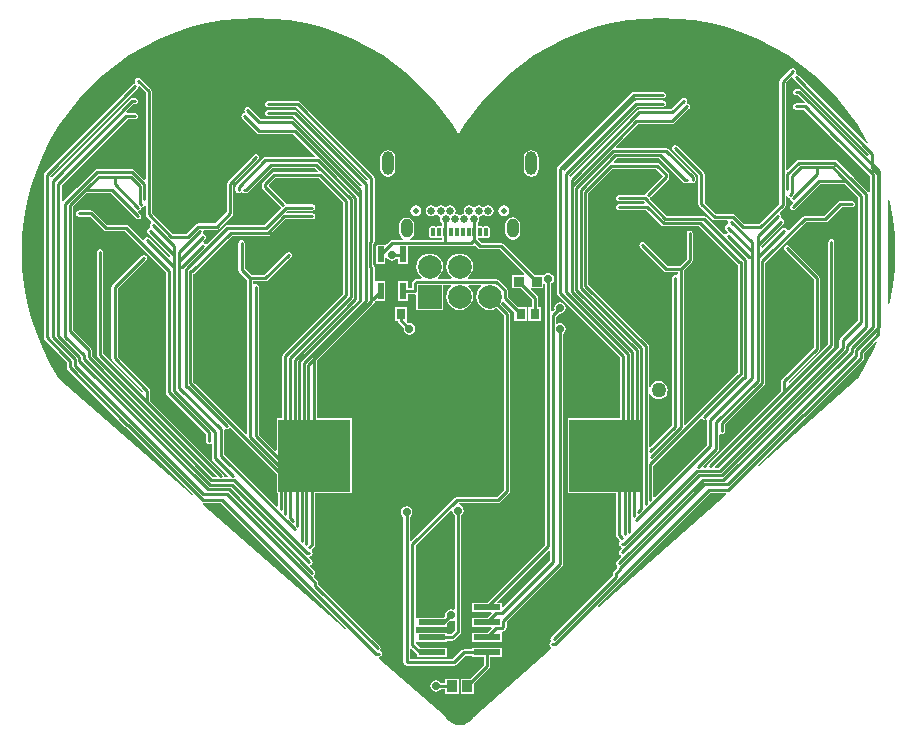
<source format=gbl>
G04 Layer_Physical_Order=2*
G04 Layer_Color=11436288*
%FSLAX24Y24*%
%MOIN*%
G70*
G01*
G75*
%ADD13C,0.0100*%
%ADD14C,0.0256*%
%ADD15C,0.0197*%
%ADD16O,0.0394X0.0630*%
%ADD17O,0.0394X0.0787*%
%ADD18C,0.0787*%
%ADD19R,0.0787X0.0787*%
%ADD20C,0.0500*%
%ADD21C,0.0276*%
G04:AMPARAMS|DCode=22|XSize=13.8mil|YSize=27.6mil|CornerRadius=0mil|HoleSize=0mil|Usage=FLASHONLY|Rotation=0.000|XOffset=0mil|YOffset=0mil|HoleType=Round|Shape=Octagon|*
%AMOCTAGOND22*
4,1,8,-0.0034,0.0138,0.0034,0.0138,0.0069,0.0103,0.0069,-0.0103,0.0034,-0.0138,-0.0034,-0.0138,-0.0069,-0.0103,-0.0069,0.0103,-0.0034,0.0138,0.0*
%
%ADD22OCTAGOND22*%

%ADD23R,0.0320X0.0320*%
%ADD24R,0.0315X0.0354*%
%ADD25R,0.0295X0.0335*%
%ADD26R,0.0217X0.0550*%
%ADD27R,0.0886X0.0197*%
%ADD28R,0.2400X0.2400*%
%ADD29R,0.0354X0.0394*%
G36*
X21950Y27449D02*
Y26800D01*
X21991D01*
Y26370D01*
X21944Y26351D01*
X20193Y28102D01*
Y28925D01*
X20237Y28952D01*
X20242Y28952D01*
X20248Y28949D01*
X20287Y28941D01*
X20327Y28949D01*
X20360Y28971D01*
X20423Y28976D01*
X21950Y27449D01*
D02*
G37*
G36*
X24160Y36490D02*
Y35442D01*
Y33442D01*
X22172Y31455D01*
X22150Y31421D01*
X22142Y31382D01*
Y29302D01*
X21950D01*
Y28234D01*
X21904Y28215D01*
X21375Y28744D01*
Y33670D01*
X21367Y33709D01*
X21344Y33743D01*
X21311Y33765D01*
X21271Y33773D01*
X21232Y33765D01*
X21228Y33762D01*
X21178Y33789D01*
Y33862D01*
X21567D01*
X21606Y33870D01*
X21640Y33892D01*
X22427Y34680D01*
X22449Y34713D01*
X22457Y34753D01*
X22449Y34792D01*
X22427Y34826D01*
X22394Y34848D01*
X22354Y34856D01*
X22315Y34848D01*
X22281Y34826D01*
X21524Y34068D01*
X21117D01*
X20882Y34303D01*
Y35146D01*
X20875Y35186D01*
X20852Y35219D01*
X20819Y35242D01*
X20779Y35249D01*
X20740Y35242D01*
X20706Y35219D01*
X20684Y35186D01*
X20676Y35146D01*
Y34260D01*
X20684Y34221D01*
X20706Y34187D01*
X20971Y33922D01*
Y28785D01*
X20925Y28766D01*
X19237Y30454D01*
X19237Y30454D01*
X19177Y30514D01*
Y34100D01*
X19209Y34121D01*
X20471Y35384D01*
X21646D01*
X21686Y35392D01*
X21719Y35414D01*
X22234Y35929D01*
X23141D01*
X23181Y35937D01*
X23214Y35959D01*
X23237Y35993D01*
X23245Y36032D01*
X23237Y36072D01*
X23214Y36105D01*
X23181Y36127D01*
X23141Y36135D01*
X22292D01*
X22273Y36181D01*
X22315Y36224D01*
X23141D01*
X23181Y36232D01*
X23214Y36254D01*
X23237Y36288D01*
X23245Y36327D01*
X23237Y36367D01*
X23214Y36400D01*
X23181Y36423D01*
X23141Y36431D01*
X22273D01*
X22257Y36441D01*
X22253Y36465D01*
X22230Y36499D01*
X21696Y37033D01*
Y37098D01*
X21896Y37298D01*
X23352D01*
X24160Y36490D01*
D02*
G37*
G36*
X17261Y35959D02*
X17295Y35937D01*
X17334Y35929D01*
X17374Y35937D01*
X17407Y35959D01*
X17430Y35993D01*
X17438Y36032D01*
X17430Y36072D01*
X17407Y36105D01*
X17335Y36177D01*
X17355Y36228D01*
X17374Y36232D01*
X17407Y36254D01*
X17430Y36288D01*
X17437Y36323D01*
X17472Y36330D01*
X17506Y36353D01*
X17528Y36386D01*
X17529Y36392D01*
X17579Y36387D01*
Y36095D01*
X17587Y36055D01*
X17609Y36022D01*
X17758Y35873D01*
X17754Y35810D01*
X17731Y35776D01*
X17723Y35737D01*
X17731Y35697D01*
X17735Y35692D01*
X17734Y35682D01*
X17710Y35639D01*
X17689Y35635D01*
X17655Y35613D01*
X17633Y35579D01*
X17625Y35540D01*
X17633Y35500D01*
X17655Y35467D01*
X18403Y34719D01*
X18399Y34692D01*
X18347Y34674D01*
X17703Y35318D01*
X17669Y35340D01*
X17630Y35348D01*
X17630D01*
X17590Y35340D01*
X17557Y35318D01*
X17534Y35284D01*
X17531Y35265D01*
X17479Y35246D01*
X17014Y35711D01*
X16980Y35734D01*
X16941Y35742D01*
X16294D01*
X15833Y36203D01*
X15799Y36226D01*
X15760Y36234D01*
X15366D01*
X15326Y36226D01*
X15293Y36203D01*
X15271Y36170D01*
X15263Y36131D01*
X15271Y36091D01*
X15293Y36058D01*
X15326Y36035D01*
X15366Y36027D01*
X15717D01*
X16179Y35565D01*
X16212Y35543D01*
X16252Y35535D01*
X16898D01*
X18049Y34384D01*
X18049Y34384D01*
X18261Y34172D01*
Y30162D01*
X18269Y30123D01*
X18291Y30089D01*
X19593Y28787D01*
Y28552D01*
X19601Y28512D01*
X19624Y28479D01*
X19657Y28456D01*
X19697Y28449D01*
X19736Y28456D01*
X19740Y28459D01*
X19790Y28433D01*
Y27961D01*
X19798Y27922D01*
X19821Y27888D01*
X20326Y27383D01*
X20307Y27337D01*
X20235D01*
X20193Y27385D01*
X20186Y27424D01*
X20163Y27458D01*
X17733Y29888D01*
Y30225D01*
X17725Y30264D01*
X17703Y30298D01*
X16650Y31350D01*
Y33627D01*
X17604Y34581D01*
X17627Y34615D01*
X17634Y34654D01*
X17627Y34694D01*
X17604Y34727D01*
X17571Y34749D01*
X17531Y34757D01*
X17492Y34749D01*
X17458Y34727D01*
X16474Y33743D01*
X16452Y33709D01*
X16444Y33670D01*
Y31308D01*
X16452Y31268D01*
X16474Y31235D01*
X17504Y30205D01*
X17501Y30190D01*
X17447Y30174D01*
X16158Y31463D01*
Y34851D01*
X16150Y34890D01*
X16128Y34924D01*
X16094Y34946D01*
X16055Y34954D01*
X16015Y34946D01*
X15982Y34924D01*
X15960Y34890D01*
X15952Y34851D01*
Y31420D01*
X15960Y31381D01*
X15982Y31347D01*
X19946Y27383D01*
X19927Y27337D01*
X19819D01*
X15785Y31371D01*
Y31582D01*
X15777Y31622D01*
X15755Y31655D01*
X15174Y32236D01*
Y36366D01*
X15605Y36798D01*
X16423D01*
X17261Y35959D01*
D02*
G37*
G36*
X42388Y36501D02*
X42487Y35953D01*
X42547Y35399D01*
X42567Y34843D01*
X42547Y34286D01*
X42487Y33732D01*
X42388Y33184D01*
X42366Y33094D01*
X42316Y33101D01*
Y36584D01*
X42366Y36591D01*
X42388Y36501D01*
D02*
G37*
G36*
X36933Y26751D02*
X32681Y23012D01*
X32647Y23049D01*
X36395Y26797D01*
X36915D01*
X36933Y26751D01*
D02*
G37*
G36*
X24275Y22308D02*
X24241Y22272D01*
X19477Y26436D01*
X19496Y26479D01*
X19499Y26482D01*
X20101D01*
X24275Y22308D01*
D02*
G37*
G36*
X41964Y31847D02*
X41862Y31601D01*
X41612Y31103D01*
X41328Y30624D01*
X41311Y30600D01*
X38027Y27712D01*
X37993Y27749D01*
X39235Y28991D01*
X39552Y29308D01*
X39559Y29309D01*
X39593Y29332D01*
X41498Y31237D01*
X41521Y31271D01*
X41529Y31310D01*
Y31481D01*
X41794Y31747D01*
X41922Y31875D01*
X41964Y31847D01*
D02*
G37*
G36*
X36136Y29286D02*
X36169Y29264D01*
X36209Y29256D01*
X36248Y29264D01*
X36254Y29267D01*
X36259Y29267D01*
X36303Y29240D01*
Y28417D01*
X34552Y26666D01*
X34505Y26685D01*
Y27723D01*
X36073Y29291D01*
X36136Y29286D01*
D02*
G37*
G36*
X17579Y40169D02*
Y37278D01*
X17533Y37259D01*
X17210Y37581D01*
X17177Y37604D01*
X17138Y37612D01*
X15956D01*
X15917Y37604D01*
X15884Y37581D01*
X15293Y36991D01*
X15293Y36991D01*
X14830Y36528D01*
X14814Y36530D01*
X14780Y36545D01*
Y37072D01*
X16029Y38321D01*
X16983Y39275D01*
X17236D01*
X17275Y39283D01*
X17309Y39306D01*
X17331Y39339D01*
X17339Y39379D01*
X17331Y39418D01*
X17309Y39451D01*
X17275Y39474D01*
X17236Y39482D01*
X16965D01*
X16944Y39532D01*
X17180Y39768D01*
X17236D01*
X17275Y39775D01*
X17309Y39798D01*
X17331Y39831D01*
X17339Y39871D01*
X17331Y39910D01*
X17309Y39944D01*
X17275Y39966D01*
X17236Y39974D01*
X17138D01*
X17098Y39966D01*
X17065Y39944D01*
X14458Y37337D01*
X14405Y37355D01*
X14401Y37382D01*
X17309Y40290D01*
X17331Y40323D01*
X17335Y40342D01*
X17386Y40362D01*
X17579Y40169D01*
D02*
G37*
G36*
X34826Y37387D02*
Y37374D01*
X34266Y36814D01*
X34244Y36780D01*
X34236Y36743D01*
X34223Y36746D01*
X33355D01*
X33315Y36738D01*
X33282Y36715D01*
X33259Y36682D01*
X33251Y36642D01*
X33259Y36603D01*
X33282Y36569D01*
X33315Y36547D01*
X33355Y36539D01*
X34181D01*
X34223Y36496D01*
X34204Y36450D01*
X33355D01*
X33315Y36442D01*
X33282Y36420D01*
X33259Y36387D01*
X33251Y36347D01*
X33259Y36308D01*
X33282Y36274D01*
X33315Y36252D01*
X33355Y36244D01*
X34262D01*
X34777Y35729D01*
X34810Y35707D01*
X34850Y35699D01*
X36025D01*
X37288Y34436D01*
X37308Y34423D01*
X37319Y34415D01*
Y30829D01*
X37259Y30769D01*
X37259Y30769D01*
X35571Y29081D01*
X35525Y29100D01*
Y34237D01*
X35790Y34502D01*
X35812Y34536D01*
X35820Y34575D01*
Y35461D01*
X35812Y35501D01*
X35790Y35534D01*
X35756Y35557D01*
X35717Y35564D01*
X35677Y35557D01*
X35644Y35534D01*
X35621Y35501D01*
X35614Y35461D01*
Y34618D01*
X35379Y34383D01*
X34972D01*
X34215Y35140D01*
X34181Y35163D01*
X34142Y35171D01*
X34102Y35163D01*
X34069Y35140D01*
X34047Y35107D01*
X34039Y35068D01*
X34047Y35028D01*
X34069Y34995D01*
X34856Y34207D01*
X34890Y34185D01*
X34929Y34177D01*
X35318D01*
Y34104D01*
X35268Y34077D01*
X35264Y34080D01*
X35225Y34088D01*
X35185Y34080D01*
X35152Y34058D01*
X35129Y34024D01*
X35121Y33985D01*
Y29059D01*
X34400Y28338D01*
X34354Y28357D01*
Y30117D01*
X34404Y30127D01*
X34422Y30084D01*
X34470Y30021D01*
X34533Y29973D01*
X34606Y29943D01*
X34685Y29932D01*
X34764Y29943D01*
X34837Y29973D01*
X34900Y30021D01*
X34948Y30084D01*
X34978Y30158D01*
X34989Y30236D01*
X34978Y30315D01*
X34948Y30388D01*
X34900Y30451D01*
X34837Y30499D01*
X34764Y30530D01*
X34685Y30540D01*
X34606Y30530D01*
X34533Y30499D01*
X34470Y30451D01*
X34422Y30388D01*
X34404Y30345D01*
X34354Y30355D01*
Y31697D01*
X34346Y31736D01*
X34324Y31770D01*
X32336Y33757D01*
Y35757D01*
Y36805D01*
X33144Y37613D01*
X34600D01*
X34826Y37387D01*
D02*
G37*
G36*
X35320Y42626D02*
X35874Y42566D01*
X36422Y42467D01*
X36962Y42330D01*
X37491Y42154D01*
X38005Y41940D01*
X38503Y41691D01*
X38982Y41407D01*
X39440Y41089D01*
X39874Y40740D01*
X40281Y40360D01*
X40661Y39952D01*
X41010Y39519D01*
X41328Y39061D01*
X41612Y38582D01*
X41653Y38500D01*
X41613Y38471D01*
X39333Y40751D01*
X39300Y40773D01*
X39278Y40777D01*
X39254Y40820D01*
X39253Y40829D01*
X39257Y40835D01*
X39265Y40875D01*
X39257Y40914D01*
X39235Y40948D01*
X39201Y40970D01*
X39162Y40978D01*
X39122Y40970D01*
X39089Y40948D01*
X38741Y40600D01*
X38718Y40566D01*
X38710Y40527D01*
Y36452D01*
X38028Y35770D01*
X37540D01*
X37230Y36079D01*
X37197Y36101D01*
X37157Y36109D01*
X36593D01*
X36214Y36488D01*
Y37430D01*
X36206Y37469D01*
X36183Y37503D01*
X35298Y38389D01*
X35264Y38411D01*
X35225Y38419D01*
X35185Y38411D01*
X35152Y38389D01*
X35129Y38355D01*
X35121Y38316D01*
X35129Y38276D01*
X35152Y38243D01*
X36007Y37387D01*
Y36445D01*
X36015Y36406D01*
X36038Y36373D01*
X36477Y35933D01*
X36510Y35911D01*
X36550Y35903D01*
X36950D01*
X36992Y35855D01*
X36999Y35815D01*
X37003Y35810D01*
X37002Y35800D01*
X36978Y35758D01*
X36957Y35753D01*
X36923Y35731D01*
X36901Y35698D01*
X36893Y35658D01*
X36901Y35619D01*
X36923Y35585D01*
X36995Y35513D01*
X36976Y35462D01*
X36957Y35458D01*
X36923Y35436D01*
X36860Y35431D01*
X36265Y36026D01*
X36231Y36049D01*
X36192Y36057D01*
X34955D01*
X34407Y36605D01*
X34412Y36667D01*
X34413Y36669D01*
X35002Y37258D01*
X35025Y37292D01*
X35033Y37331D01*
Y37430D01*
X35025Y37469D01*
X35002Y37503D01*
X34716Y37789D01*
X34682Y37812D01*
X34643Y37820D01*
X33202D01*
X33183Y37866D01*
X33280Y37963D01*
X34690D01*
X35493Y37160D01*
X35526Y37138D01*
X35566Y37130D01*
X35618D01*
X35658Y37138D01*
X35691Y37160D01*
X35742D01*
X35776Y37138D01*
X35815Y37130D01*
X35855Y37138D01*
X35888Y37160D01*
X35911Y37193D01*
X35918Y37233D01*
Y37331D01*
X35911Y37371D01*
X35888Y37404D01*
X35002Y38290D01*
X34969Y38312D01*
X34929Y38320D01*
X33275D01*
X33256Y38366D01*
X33428Y38538D01*
X33988Y39098D01*
X35126D01*
X35166Y39106D01*
X35199Y39128D01*
X35691Y39621D01*
X35714Y39654D01*
X35722Y39694D01*
X35714Y39733D01*
X35691Y39766D01*
X35658Y39789D01*
X35637Y39793D01*
X35613Y39836D01*
X35611Y39845D01*
X35615Y39851D01*
X35623Y39890D01*
X35615Y39930D01*
X35593Y39963D01*
X35559Y39986D01*
X35520Y39994D01*
X35480Y39986D01*
X35447Y39963D01*
X35083Y39600D01*
X34044D01*
X34004Y39592D01*
X33971Y39570D01*
X31758Y37357D01*
X31705Y37375D01*
X31701Y37402D01*
X33988Y39689D01*
X34831D01*
X34870Y39697D01*
X34904Y39719D01*
X34926Y39752D01*
X34934Y39792D01*
X34926Y39831D01*
X34904Y39865D01*
X34870Y39887D01*
X34831Y39895D01*
X33945D01*
X33906Y39887D01*
X33872Y39865D01*
X31561Y37554D01*
X31508Y37571D01*
X31504Y37599D01*
X33889Y39984D01*
X34831D01*
X34870Y39992D01*
X34904Y40014D01*
X34926Y40048D01*
X34934Y40087D01*
X34926Y40127D01*
X34904Y40160D01*
X34870Y40183D01*
X34831Y40190D01*
X33847D01*
X33807Y40183D01*
X33774Y40160D01*
X31313Y37700D01*
X31291Y37666D01*
X31283Y37627D01*
Y33493D01*
X31291Y33453D01*
X31313Y33420D01*
X32986Y31747D01*
X33392Y31341D01*
Y29302D01*
X31650D01*
Y26800D01*
X33267D01*
Y25406D01*
X33275Y25367D01*
X33297Y25333D01*
X33375Y25256D01*
X33380Y25224D01*
Y25200D01*
X33358Y25166D01*
X33350Y25127D01*
X33358Y25087D01*
X33380Y25054D01*
X33414Y25031D01*
X33433Y25027D01*
X33452Y24976D01*
X33380Y24904D01*
X33358Y24871D01*
X33350Y24831D01*
X33358Y24792D01*
X33380Y24758D01*
X33414Y24736D01*
X33418Y24735D01*
X33435Y24681D01*
X33328Y24574D01*
X33297Y24543D01*
X33275Y24509D01*
X33267Y24470D01*
X33275Y24431D01*
X33297Y24397D01*
X33297Y24397D01*
X33312Y24333D01*
X33311Y24326D01*
X33183Y24198D01*
X33161Y24165D01*
X33153Y24125D01*
Y24061D01*
X31108Y22015D01*
X31093Y21993D01*
X31085Y21982D01*
X31079Y21949D01*
X31079D01*
Y21949D01*
D01*
X31078Y21943D01*
X31084Y21910D01*
X31085Y21899D01*
X31086Y21856D01*
X31069Y21845D01*
X31069Y21845D01*
X31046Y21811D01*
X31039Y21772D01*
X31046Y21732D01*
X31069Y21699D01*
X31093Y21683D01*
X31103Y21644D01*
X31103Y21625D01*
X28520Y19354D01*
X28518Y19352D01*
X28516Y19351D01*
X28510Y19341D01*
X28505Y19334D01*
X28505Y19334D01*
X28505Y19335D01*
X28505Y19335D01*
X28504Y19335D01*
X28504Y19335D01*
X28502Y19332D01*
Y19332D01*
X28502Y19332D01*
X28502Y19332D01*
X28502Y19332D01*
X28502Y19331D01*
X28502Y19331D01*
X28502Y19331D01*
X28502Y19331D01*
X28502Y19331D01*
X28502Y19331D01*
Y19331D01*
X28502Y19331D01*
X28502Y19331D01*
X28502Y19329D01*
X28501Y19327D01*
X28418Y19220D01*
X28311Y19137D01*
X28186Y19085D01*
X28051Y19067D01*
X27917Y19085D01*
X27792Y19137D01*
X27684Y19220D01*
X27603Y19325D01*
X27603Y19326D01*
X27601Y19329D01*
X27601Y19329D01*
X27596Y19335D01*
X27590Y19345D01*
X27587Y19346D01*
X27586Y19348D01*
X25343Y21309D01*
X25365Y21356D01*
X25394Y21361D01*
X25427Y21384D01*
X25450Y21417D01*
X25457Y21457D01*
X25450Y21496D01*
X25427Y21530D01*
X25427Y21530D01*
X25410Y21541D01*
X25411Y21585D01*
X25412Y21595D01*
X25418Y21628D01*
X25417Y21634D01*
D01*
Y21634D01*
X25417D01*
X25411Y21667D01*
X25403Y21678D01*
X25388Y21701D01*
X23343Y23746D01*
Y23810D01*
X23335Y23850D01*
X23313Y23883D01*
X23185Y24011D01*
X23184Y24018D01*
X23199Y24082D01*
X23221Y24116D01*
X23229Y24155D01*
X23221Y24195D01*
X23199Y24228D01*
X23168Y24259D01*
X23061Y24366D01*
X23078Y24420D01*
X23083Y24421D01*
X23116Y24443D01*
X23138Y24477D01*
X23146Y24516D01*
X23138Y24556D01*
X23116Y24589D01*
X23044Y24661D01*
X23063Y24713D01*
X23083Y24716D01*
X23116Y24739D01*
X23138Y24772D01*
X23146Y24812D01*
X23138Y24851D01*
X23120Y24878D01*
X23116Y24896D01*
Y24909D01*
X23122Y24941D01*
X23199Y25019D01*
X23221Y25052D01*
X23229Y25091D01*
Y26800D01*
X24452D01*
Y29302D01*
X23304D01*
Y31226D01*
X23510Y31432D01*
X25183Y33105D01*
X25205Y33138D01*
X25213Y33178D01*
Y33195D01*
X25254Y33217D01*
X25254Y33217D01*
Y33217D01*
X25254Y33217D01*
X25573D01*
Y33869D01*
X25254D01*
Y33869D01*
X25213Y33892D01*
Y34327D01*
X25205Y34367D01*
X25183Y34400D01*
X25156Y34427D01*
Y35101D01*
X25183Y35128D01*
X25205Y35161D01*
X25213Y35201D01*
Y37312D01*
X25205Y37351D01*
X25183Y37385D01*
X22722Y39845D01*
X22689Y39868D01*
X22649Y39875D01*
X21665D01*
X21626Y39868D01*
X21592Y39845D01*
X21570Y39812D01*
X21562Y39772D01*
X21570Y39733D01*
X21592Y39699D01*
X21626Y39677D01*
X21665Y39669D01*
X22607D01*
X24992Y37284D01*
X24988Y37256D01*
X24935Y37239D01*
X22624Y39550D01*
X22590Y39572D01*
X22551Y39580D01*
X21665D01*
X21626Y39572D01*
X21592Y39550D01*
X21570Y39516D01*
X21562Y39477D01*
X21570Y39437D01*
X21592Y39404D01*
X21626Y39382D01*
X21665Y39374D01*
X22508D01*
X24795Y37087D01*
X24791Y37060D01*
X24738Y37042D01*
X22525Y39255D01*
X22492Y39277D01*
X22453Y39285D01*
X21413D01*
X21049Y39648D01*
X21016Y39671D01*
X20976Y39679D01*
X20937Y39671D01*
X20903Y39648D01*
X20881Y39615D01*
X20873Y39575D01*
X20881Y39536D01*
X20885Y39530D01*
X20883Y39521D01*
X20859Y39478D01*
X20838Y39474D01*
X20805Y39451D01*
X20782Y39418D01*
X20775Y39379D01*
X20782Y39339D01*
X20805Y39306D01*
X21297Y38813D01*
X21330Y38791D01*
X21370Y38783D01*
X22508D01*
X23069Y38223D01*
X23240Y38052D01*
X23221Y38005D01*
X21567D01*
X21527Y37997D01*
X21494Y37975D01*
X20608Y37089D01*
X20586Y37056D01*
X20578Y37016D01*
Y36918D01*
X20586Y36878D01*
X20608Y36845D01*
X20641Y36823D01*
X20681Y36815D01*
X20720Y36823D01*
X20754Y36845D01*
X20805D01*
X20838Y36823D01*
X20878Y36815D01*
X20930D01*
X20970Y36823D01*
X21003Y36845D01*
X21806Y37648D01*
X23216D01*
X23313Y37551D01*
X23294Y37505D01*
X21853D01*
X21814Y37497D01*
X21781Y37475D01*
X21494Y37188D01*
X21471Y37154D01*
X21464Y37115D01*
Y37016D01*
X21471Y36977D01*
X21494Y36943D01*
X22084Y36353D01*
X22089Y36290D01*
X21541Y35742D01*
X20304D01*
X20265Y35734D01*
X20231Y35711D01*
X19636Y35116D01*
X19573Y35121D01*
X19539Y35143D01*
X19520Y35147D01*
X19501Y35198D01*
X19573Y35270D01*
X19595Y35304D01*
X19603Y35343D01*
X19595Y35383D01*
X19573Y35416D01*
X19539Y35438D01*
X19518Y35443D01*
X19494Y35485D01*
X19493Y35495D01*
X19497Y35500D01*
X19504Y35540D01*
X19546Y35588D01*
X19946D01*
X19986Y35596D01*
X20019Y35618D01*
X20459Y36058D01*
X20481Y36091D01*
X20489Y36131D01*
Y37072D01*
X21344Y37928D01*
X21367Y37961D01*
X21375Y38001D01*
X21367Y38040D01*
X21344Y38074D01*
X21311Y38096D01*
X21271Y38104D01*
X21232Y38096D01*
X21198Y38074D01*
X20313Y37188D01*
X20290Y37154D01*
X20282Y37115D01*
Y36173D01*
X19903Y35794D01*
X19339D01*
X19299Y35786D01*
X19266Y35764D01*
X18956Y35455D01*
X18468D01*
X17786Y36137D01*
Y40212D01*
X17778Y40251D01*
X17755Y40285D01*
X17407Y40633D01*
X17374Y40655D01*
X17334Y40663D01*
X17295Y40655D01*
X17261Y40633D01*
X17239Y40599D01*
X17231Y40560D01*
X17239Y40520D01*
X17243Y40514D01*
X17242Y40505D01*
X17218Y40462D01*
X17196Y40458D01*
X17163Y40436D01*
X14210Y37483D01*
X14188Y37450D01*
X14180Y37410D01*
Y36918D01*
Y31997D01*
X14188Y31957D01*
X14210Y31924D01*
X14702Y31432D01*
X14967Y31167D01*
Y30995D01*
X14975Y30956D01*
X14998Y30923D01*
X16904Y29017D01*
X16937Y28994D01*
X16944Y28993D01*
X17261Y28676D01*
X19147Y26790D01*
X19113Y26754D01*
X14712Y30600D01*
X14695Y30624D01*
X14411Y31103D01*
X14162Y31601D01*
X13949Y32116D01*
X13773Y32644D01*
X13635Y33184D01*
X13536Y33732D01*
X13477Y34286D01*
X13457Y34843D01*
X13477Y35399D01*
X13536Y35953D01*
X13635Y36501D01*
X13773Y37041D01*
X13949Y37569D01*
X14162Y38084D01*
X14411Y38582D01*
X14695Y39061D01*
X15013Y39519D01*
X15363Y39952D01*
X15742Y40360D01*
X16150Y40740D01*
X16584Y41089D01*
X17041Y41407D01*
X17520Y41691D01*
X18018Y41940D01*
X18533Y42154D01*
X19061Y42330D01*
X19601Y42467D01*
X20149Y42566D01*
X20703Y42626D01*
X21260Y42646D01*
X21817Y42626D01*
X22370Y42566D01*
X22919Y42467D01*
X23458Y42330D01*
X23987Y42154D01*
X24501Y41940D01*
X24999Y41691D01*
X25479Y41407D01*
X25936Y41089D01*
X26370Y40740D01*
X26777Y40360D01*
X27157Y39952D01*
X27507Y39519D01*
X27824Y39061D01*
X27947Y38855D01*
X27951Y38857D01*
X27961Y38843D01*
X27984Y38827D01*
X28012Y38821D01*
X28039Y38827D01*
X28063Y38843D01*
X28073Y38857D01*
X28077Y38855D01*
X28199Y39061D01*
X28517Y39519D01*
X28866Y39952D01*
X29246Y40360D01*
X29654Y40740D01*
X30087Y41089D01*
X30545Y41407D01*
X31024Y41691D01*
X31522Y41940D01*
X32037Y42154D01*
X32565Y42330D01*
X33105Y42467D01*
X33653Y42566D01*
X34207Y42626D01*
X34764Y42646D01*
X35320Y42626D01*
D02*
G37*
G36*
X39161Y40657D02*
X39165Y40638D01*
X39187Y40605D01*
X41698Y38094D01*
X41695Y38066D01*
X41642Y38048D01*
X39431Y40259D01*
X39398Y40281D01*
X39359Y40289D01*
X39260D01*
X39221Y40281D01*
X39187Y40259D01*
X39165Y40225D01*
X39157Y40186D01*
X39165Y40146D01*
X39187Y40113D01*
X39221Y40090D01*
X39260Y40082D01*
X39316D01*
X39552Y39847D01*
X39531Y39797D01*
X39260D01*
X39221Y39789D01*
X39187Y39766D01*
X39165Y39733D01*
X39157Y39694D01*
X39165Y39654D01*
X39187Y39621D01*
X39221Y39598D01*
X39260Y39590D01*
X39513D01*
X40467Y38636D01*
X40467Y38636D01*
X41716Y37387D01*
Y36860D01*
X41682Y36845D01*
X41666Y36843D01*
X41203Y37306D01*
X40613Y37896D01*
X40579Y37919D01*
X40540Y37927D01*
X39359D01*
X39319Y37919D01*
X39286Y37896D01*
X38963Y37574D01*
X38917Y37593D01*
Y40484D01*
X39110Y40677D01*
X39161Y40657D01*
D02*
G37*
G36*
X41322Y36681D02*
Y32551D01*
X40741Y31970D01*
X40719Y31937D01*
X40711Y31897D01*
Y31686D01*
X36677Y27652D01*
X36569D01*
X36550Y27698D01*
X40514Y31662D01*
X40536Y31696D01*
X40544Y31735D01*
Y35166D01*
X40536Y35205D01*
X40514Y35239D01*
X40481Y35261D01*
X40441Y35269D01*
X40402Y35261D01*
X40368Y35239D01*
X40346Y35205D01*
X40338Y35166D01*
Y31778D01*
X39049Y30489D01*
X38995Y30505D01*
X38992Y30520D01*
X40022Y31550D01*
X40044Y31583D01*
X40052Y31623D01*
Y33985D01*
X40044Y34024D01*
X40022Y34058D01*
X39038Y35042D01*
X39004Y35064D01*
X38965Y35072D01*
X38925Y35064D01*
X38892Y35042D01*
X38870Y35009D01*
X38862Y34969D01*
X38870Y34930D01*
X38892Y34896D01*
X39846Y33942D01*
Y31665D01*
X38793Y30613D01*
X38771Y30579D01*
X38763Y30540D01*
Y30203D01*
X36333Y27773D01*
X36310Y27739D01*
X36303Y27700D01*
X36261Y27652D01*
X36189D01*
X36170Y27698D01*
X36676Y28203D01*
X36698Y28237D01*
X36706Y28276D01*
Y28748D01*
X36756Y28774D01*
X36760Y28771D01*
X36799Y28764D01*
X36839Y28771D01*
X36872Y28794D01*
X36895Y28827D01*
X36903Y28867D01*
Y29102D01*
X38205Y30404D01*
X38227Y30438D01*
X38235Y30477D01*
Y34487D01*
X38447Y34699D01*
X39598Y35850D01*
X40244D01*
X40284Y35858D01*
X40317Y35880D01*
X40779Y36342D01*
X41130D01*
X41170Y36350D01*
X41203Y36373D01*
X41225Y36406D01*
X41233Y36445D01*
X41225Y36485D01*
X41203Y36518D01*
X41170Y36541D01*
X41130Y36549D01*
X40736D01*
X40697Y36541D01*
X40664Y36518D01*
X40202Y36057D01*
X39555D01*
X39516Y36049D01*
X39482Y36026D01*
X39017Y35561D01*
X38965Y35580D01*
X38962Y35599D01*
X38939Y35633D01*
X38906Y35655D01*
X38866Y35663D01*
X38866D01*
X38827Y35655D01*
X38793Y35633D01*
X38149Y34989D01*
X38097Y35007D01*
X38093Y35034D01*
X38841Y35782D01*
X38863Y35815D01*
X38871Y35855D01*
X38863Y35894D01*
X38841Y35928D01*
X38807Y35950D01*
X38786Y35954D01*
X38762Y35997D01*
X38761Y36007D01*
X38765Y36012D01*
X38773Y36052D01*
X38765Y36091D01*
X38742Y36125D01*
X38738Y36188D01*
X38887Y36337D01*
X38909Y36370D01*
X38917Y36410D01*
Y36702D01*
X38967Y36707D01*
X38968Y36701D01*
X38990Y36668D01*
X39024Y36645D01*
X39059Y36638D01*
X39066Y36603D01*
X39089Y36569D01*
X39122Y36547D01*
X39141Y36543D01*
X39161Y36492D01*
X39089Y36420D01*
X39066Y36387D01*
X39058Y36347D01*
X39066Y36308D01*
X39089Y36274D01*
X39122Y36252D01*
X39162Y36244D01*
X39201Y36252D01*
X39235Y36274D01*
X40073Y37113D01*
X40891D01*
X41322Y36681D01*
D02*
G37*
%LPC*%
G36*
X30443Y38245D02*
X30346Y38226D01*
X30264Y38171D01*
X30209Y38089D01*
X30190Y37992D01*
Y37598D01*
X30209Y37502D01*
X30264Y37420D01*
X30346Y37365D01*
X30443Y37346D01*
X30540Y37365D01*
X30622Y37420D01*
X30677Y37502D01*
X30696Y37598D01*
Y37992D01*
X30677Y38089D01*
X30622Y38171D01*
X30540Y38226D01*
X30443Y38245D01*
D02*
G37*
G36*
X26585Y36403D02*
X26515Y36389D01*
X26456Y36350D01*
X26416Y36290D01*
X26402Y36220D01*
X26416Y36151D01*
X26456Y36091D01*
X26515Y36052D01*
X26585Y36038D01*
X26655Y36052D01*
X26714Y36091D01*
X26753Y36151D01*
X26767Y36220D01*
X26753Y36290D01*
X26714Y36350D01*
X26655Y36389D01*
X26585Y36403D01*
D02*
G37*
G36*
X28024Y20622D02*
X27567D01*
Y20477D01*
X27422D01*
X27400Y20510D01*
X27338Y20552D01*
X27264Y20567D01*
X27190Y20552D01*
X27128Y20510D01*
X27086Y20448D01*
X27071Y20374D01*
X27086Y20300D01*
X27128Y20238D01*
X27190Y20196D01*
X27264Y20181D01*
X27338Y20196D01*
X27400Y20238D01*
X27422Y20271D01*
X27567D01*
Y20126D01*
X28024D01*
Y20622D01*
D02*
G37*
G36*
X29518Y36403D02*
X29448Y36389D01*
X29389Y36350D01*
X29349Y36290D01*
X29335Y36220D01*
X29349Y36151D01*
X29389Y36091D01*
X29448Y36052D01*
X29518Y36038D01*
X29588Y36052D01*
X29647Y36091D01*
X29686Y36151D01*
X29700Y36220D01*
X29686Y36290D01*
X29647Y36350D01*
X29588Y36389D01*
X29518Y36403D01*
D02*
G37*
G36*
X25659Y38245D02*
X25563Y38226D01*
X25481Y38171D01*
X25426Y38089D01*
X25407Y37992D01*
Y37598D01*
X25426Y37502D01*
X25481Y37420D01*
X25563Y37365D01*
X25659Y37346D01*
X25756Y37365D01*
X25838Y37420D01*
X25893Y37502D01*
X25912Y37598D01*
Y37992D01*
X25893Y38089D01*
X25838Y38171D01*
X25756Y38226D01*
X25659Y38245D01*
D02*
G37*
G36*
X28051Y34807D02*
X27935Y34792D01*
X27827Y34747D01*
X27734Y34676D01*
X27663Y34583D01*
X27618Y34474D01*
X27602Y34358D01*
X27618Y34242D01*
X27663Y34134D01*
X27734Y34041D01*
X27779Y34006D01*
X27762Y33956D01*
X27340D01*
X27323Y34006D01*
X27368Y34041D01*
X27440Y34134D01*
X27485Y34242D01*
X27500Y34358D01*
X27485Y34474D01*
X27440Y34583D01*
X27368Y34676D01*
X27276Y34747D01*
X27167Y34792D01*
X27051Y34807D01*
X26935Y34792D01*
X26827Y34747D01*
X26734Y34676D01*
X26663Y34583D01*
X26618Y34474D01*
X26602Y34358D01*
X26618Y34242D01*
X26663Y34134D01*
X26734Y34041D01*
X26779Y34006D01*
X26762Y33956D01*
X26616D01*
X26576Y33948D01*
X26543Y33926D01*
X26483Y33867D01*
X26461Y33833D01*
X26453Y33794D01*
Y33646D01*
X26321D01*
Y33869D01*
X26002D01*
Y33217D01*
X26321D01*
Y33440D01*
X26556D01*
X26606Y33399D01*
Y32913D01*
X27496D01*
Y33750D01*
X27749D01*
X27766Y33700D01*
X27734Y33676D01*
X27663Y33583D01*
X27618Y33474D01*
X27602Y33358D01*
X27618Y33242D01*
X27663Y33134D01*
X27734Y33041D01*
X27827Y32970D01*
X27935Y32925D01*
X28051Y32910D01*
X28167Y32925D01*
X28276Y32970D01*
X28368Y33041D01*
X28440Y33134D01*
X28485Y33242D01*
X28500Y33358D01*
X28485Y33474D01*
X28440Y33583D01*
X28368Y33676D01*
X28337Y33700D01*
X28354Y33750D01*
X28749D01*
X28766Y33700D01*
X28734Y33676D01*
X28663Y33583D01*
X28618Y33474D01*
X28602Y33358D01*
X28618Y33242D01*
X28663Y33134D01*
X28734Y33041D01*
X28827Y32970D01*
X28935Y32925D01*
X29051Y32910D01*
X29167Y32925D01*
X29276Y32970D01*
X29286Y32978D01*
X29523Y32741D01*
Y26913D01*
X29288Y26678D01*
X27953D01*
X27913Y26670D01*
X27880Y26648D01*
X26433Y25201D01*
X26383Y25221D01*
Y26023D01*
X26416Y26045D01*
X26458Y26107D01*
X26472Y26181D01*
X26458Y26255D01*
X26416Y26317D01*
X26353Y26359D01*
X26280Y26374D01*
X26206Y26359D01*
X26143Y26317D01*
X26102Y26255D01*
X26087Y26181D01*
X26102Y26107D01*
X26143Y26045D01*
X26176Y26023D01*
Y21161D01*
X26184Y21122D01*
X26207Y21088D01*
X26240Y21066D01*
X26280Y21058D01*
X27854D01*
X27894Y21066D01*
X27927Y21088D01*
X28230Y21391D01*
X28472D01*
Y21344D01*
X28863D01*
Y21076D01*
X28409Y20622D01*
X28079D01*
Y20126D01*
X28535D01*
Y20456D01*
X29039Y20961D01*
X29062Y20994D01*
X29070Y21033D01*
Y21344D01*
X29461D01*
Y21644D01*
X28472D01*
Y21597D01*
X28187D01*
X28148Y21589D01*
X28114Y21567D01*
X27812Y21265D01*
X26383D01*
Y21629D01*
X26433Y21650D01*
X26642Y21441D01*
Y21344D01*
X27630D01*
Y21644D01*
X26731D01*
X26580Y21795D01*
Y25056D01*
X27760Y26236D01*
X27808Y26213D01*
X27820Y26153D01*
X27862Y26090D01*
X27895Y26068D01*
Y22931D01*
X27845Y22904D01*
X27830Y22914D01*
X27756Y22929D01*
X27682Y22914D01*
X27620Y22872D01*
X27578Y22810D01*
X27563Y22736D01*
X27571Y22697D01*
X27517Y22644D01*
X26642D01*
Y22344D01*
X27630D01*
Y22464D01*
X27717Y22551D01*
X27756Y22544D01*
X27830Y22558D01*
X27845Y22568D01*
X27895Y22542D01*
Y22234D01*
X27758Y22097D01*
X27630D01*
Y22144D01*
X26642D01*
Y21844D01*
X27630D01*
Y21891D01*
X27801D01*
X27841Y21899D01*
X27874Y21921D01*
X28071Y22118D01*
X28093Y22151D01*
X28101Y22191D01*
Y26068D01*
X28134Y26090D01*
X28176Y26153D01*
X28191Y26226D01*
X28176Y26300D01*
X28134Y26363D01*
X28072Y26404D01*
X28058Y26407D01*
X28034Y26463D01*
X28040Y26472D01*
X29331D01*
X29370Y26479D01*
X29404Y26502D01*
X29699Y26797D01*
X29721Y26831D01*
X29729Y26870D01*
Y32783D01*
X29721Y32823D01*
X29699Y32856D01*
X29432Y33124D01*
X29440Y33134D01*
X29462Y33188D01*
X29511Y33197D01*
X29870Y32838D01*
Y32547D01*
X30287D01*
Y33004D01*
X29996D01*
X29649Y33351D01*
Y33563D01*
X29641Y33603D01*
X29619Y33636D01*
X29329Y33926D01*
X29296Y33948D01*
X29256Y33956D01*
X28340D01*
X28323Y34006D01*
X28368Y34041D01*
X28440Y34134D01*
X28485Y34242D01*
X28500Y34358D01*
X28485Y34474D01*
X28440Y34583D01*
X28368Y34676D01*
X28276Y34747D01*
X28167Y34792D01*
X28051Y34807D01*
D02*
G37*
G36*
X28996Y36403D02*
X28926Y36389D01*
X28869Y36351D01*
X28856Y36345D01*
X28821D01*
X28808Y36351D01*
X28751Y36389D01*
X28681Y36403D01*
X28611Y36389D01*
X28552Y36350D01*
X28549Y36345D01*
X28499D01*
X28495Y36350D01*
X28436Y36389D01*
X28366Y36403D01*
X28296Y36389D01*
X28237Y36350D01*
X28197Y36290D01*
X28184Y36220D01*
X28193Y36172D01*
X28197Y36151D01*
X28159Y36118D01*
X28139Y36114D01*
X28080Y36074D01*
X28076Y36069D01*
X28026D01*
X28023Y36074D01*
X27964Y36114D01*
X27943Y36118D01*
X27905Y36151D01*
X27909Y36172D01*
X27919Y36220D01*
X27905Y36290D01*
X27865Y36350D01*
X27806Y36389D01*
X27736Y36403D01*
X27666Y36389D01*
X27607Y36350D01*
X27604Y36345D01*
X27554D01*
X27550Y36350D01*
X27491Y36389D01*
X27421Y36403D01*
X27351Y36389D01*
X27295Y36351D01*
X27281Y36345D01*
X27247D01*
X27233Y36351D01*
X27176Y36389D01*
X27106Y36403D01*
X27036Y36389D01*
X26977Y36350D01*
X26938Y36290D01*
X26924Y36220D01*
X26938Y36151D01*
X26977Y36091D01*
X27036Y36052D01*
X27106Y36038D01*
X27176Y36052D01*
X27233Y36090D01*
X27247Y36096D01*
X27281D01*
X27295Y36090D01*
X27351Y36052D01*
X27372Y36048D01*
X27410Y36015D01*
X27406Y35994D01*
X27396Y35945D01*
X27410Y35875D01*
X27450Y35816D01*
X27456Y35812D01*
Y35711D01*
X27422Y35697D01*
X27302D01*
X27264Y35658D01*
X27225Y35697D01*
X27105D01*
X27045Y35637D01*
Y35379D01*
X27105Y35319D01*
X27225D01*
X27264Y35357D01*
X27302Y35319D01*
X27422D01*
X27456Y35305D01*
Y35243D01*
X26414D01*
X26399Y35293D01*
X26458Y35333D01*
X26513Y35415D01*
X26532Y35512D01*
Y35748D01*
X26513Y35845D01*
X26458Y35927D01*
X26376Y35982D01*
X26280Y36001D01*
X26183Y35982D01*
X26101Y35927D01*
X26046Y35845D01*
X26027Y35748D01*
Y35512D01*
X26046Y35415D01*
X26101Y35333D01*
X26160Y35293D01*
X26145Y35243D01*
X25790D01*
X25750Y35235D01*
X25717Y35213D01*
X25615Y35111D01*
X25573Y35090D01*
Y35090D01*
X25573Y35090D01*
X25254D01*
Y34438D01*
X25573D01*
Y34635D01*
X25623Y34650D01*
X25651Y34608D01*
X25714Y34566D01*
X25787Y34551D01*
X25861Y34566D01*
X25924Y34608D01*
X25946Y34641D01*
X26002D01*
Y34438D01*
X26321D01*
Y35037D01*
X27548D01*
X27559Y35035D01*
X28445D01*
X28484Y35042D01*
X28518Y35065D01*
X28543Y35090D01*
X28667Y34966D01*
X28701Y34944D01*
X28740Y34936D01*
X29391D01*
X30208Y34119D01*
X30187Y34069D01*
X29804D01*
Y33647D01*
X30080D01*
X30448Y33279D01*
Y33004D01*
X30343D01*
Y32547D01*
X30760D01*
Y33004D01*
X30654D01*
Y33322D01*
X30646Y33362D01*
X30624Y33395D01*
X30422Y33597D01*
X30443Y33647D01*
X30826D01*
Y33767D01*
X30876Y33793D01*
X30901Y33775D01*
Y25074D01*
X28970Y23144D01*
X28472D01*
Y22844D01*
X29106D01*
X29125Y22798D01*
X28970Y22644D01*
X28472D01*
Y22344D01*
X29106D01*
X29125Y22298D01*
X28970Y22144D01*
X28472D01*
Y21844D01*
X29461D01*
Y22144D01*
X29461D01*
X29462Y22193D01*
X29491Y22199D01*
X29524Y22222D01*
X29584Y22281D01*
X29606Y22314D01*
X29614Y22354D01*
Y22508D01*
X31471Y24365D01*
X31493Y24398D01*
X31501Y24438D01*
Y32125D01*
X31534Y32147D01*
X31576Y32210D01*
X31590Y32283D01*
X31576Y32357D01*
X31534Y32420D01*
X31471Y32461D01*
X31398Y32476D01*
X31324Y32461D01*
X31306Y32449D01*
X31262Y32473D01*
Y32691D01*
X31359Y32788D01*
X31398Y32780D01*
X31471Y32794D01*
X31534Y32836D01*
X31576Y32899D01*
X31590Y32972D01*
X31576Y33046D01*
X31534Y33109D01*
X31471Y33150D01*
X31398Y33165D01*
X31324Y33150D01*
X31261Y33109D01*
X31220Y33046D01*
X31205Y32972D01*
X31213Y32933D01*
X31153Y32874D01*
X31107Y32893D01*
Y33798D01*
X31140Y33820D01*
X31182Y33883D01*
X31197Y33957D01*
X31182Y34030D01*
X31140Y34093D01*
X31078Y34135D01*
X31004Y34149D01*
X30930Y34135D01*
X30868Y34093D01*
X30867Y34092D01*
X30826Y34069D01*
Y34069D01*
X30826Y34069D01*
X30550D01*
X29507Y35112D01*
X29473Y35135D01*
X29434Y35143D01*
X28783D01*
X28666Y35259D01*
X28675Y35317D01*
X28680Y35319D01*
X28800D01*
X28839Y35357D01*
X28877Y35319D01*
X28997D01*
X29057Y35379D01*
Y35637D01*
X28997Y35697D01*
X28877D01*
X28839Y35658D01*
X28800Y35697D01*
X28680D01*
X28646Y35711D01*
Y35812D01*
X28653Y35816D01*
X28692Y35875D01*
X28706Y35945D01*
X28697Y35994D01*
X28692Y36015D01*
X28731Y36048D01*
X28751Y36052D01*
X28808Y36090D01*
X28821Y36096D01*
X28856D01*
X28869Y36090D01*
X28926Y36052D01*
X28996Y36038D01*
X29066Y36052D01*
X29125Y36091D01*
X29165Y36151D01*
X29179Y36220D01*
X29165Y36290D01*
X29125Y36350D01*
X29066Y36389D01*
X28996Y36403D01*
D02*
G37*
G36*
X29823Y36001D02*
X29726Y35982D01*
X29644Y35927D01*
X29589Y35845D01*
X29570Y35748D01*
Y35512D01*
X29589Y35415D01*
X29644Y35333D01*
X29726Y35278D01*
X29823Y35259D01*
X29920Y35278D01*
X30002Y35333D01*
X30056Y35415D01*
X30076Y35512D01*
Y35748D01*
X30056Y35845D01*
X30002Y35927D01*
X29920Y35982D01*
X29823Y36001D01*
D02*
G37*
G36*
X26281Y32994D02*
X25884D01*
Y32557D01*
X25984D01*
X25987Y32539D01*
X26010Y32506D01*
X26193Y32322D01*
X26185Y32283D01*
X26200Y32210D01*
X26242Y32147D01*
X26304Y32105D01*
X26378Y32091D01*
X26452Y32105D01*
X26514Y32147D01*
X26556Y32210D01*
X26571Y32283D01*
X26556Y32357D01*
X26514Y32420D01*
X26452Y32461D01*
X26378Y32476D01*
X26339Y32468D01*
X26296Y32511D01*
X26281Y32557D01*
X26281D01*
X26281Y32557D01*
Y32994D01*
D02*
G37*
%LPD*%
G36*
X31056Y24872D02*
Y24545D01*
X29507Y22996D01*
X29461Y23015D01*
Y23144D01*
X29327D01*
X29308Y23190D01*
X31009Y24891D01*
X31056Y24872D01*
D02*
G37*
D13*
X35225Y38316D02*
X36110Y37430D01*
Y36445D02*
Y37430D01*
Y36445D02*
X36550Y36006D01*
X37157D01*
X37497Y35667D01*
X38071D01*
X38814Y36410D01*
Y40527D01*
X39162Y40875D01*
X38965Y34969D02*
X39949Y33985D01*
Y31623D02*
Y33985D01*
X38866Y30540D02*
X39949Y31623D01*
X38866Y30160D02*
Y30540D01*
X36406Y27700D02*
X40441Y31735D01*
Y35166D01*
X34402Y28194D02*
X35225Y29016D01*
Y33985D01*
X35717Y34575D02*
Y35461D01*
X35422Y34280D02*
X35717Y34575D01*
X34142Y35068D02*
X34929Y34280D01*
X35422D01*
X34420Y27998D02*
X35422Y28999D01*
Y34280D01*
X34402Y26585D02*
Y27766D01*
X37332Y30696D01*
X37422Y30786D01*
Y34509D01*
X37360D02*
X37422D01*
X36068Y35802D02*
X37360Y34509D01*
X34850Y35802D02*
X36068D01*
X34305Y36347D02*
X34850Y35802D01*
X33355Y36347D02*
X34305D01*
X40736Y36445D02*
X41130D01*
X40244Y35953D02*
X40736Y36445D01*
X39555Y35953D02*
X40244D01*
X38374Y34772D02*
X39555Y35953D01*
X38132Y34530D02*
X38374Y34772D01*
X38132Y30477D02*
Y34530D01*
X36799Y29145D02*
X38132Y30477D01*
X36799Y28867D02*
Y29145D01*
X33355Y36642D02*
X34223D01*
X34912Y35953D01*
X35323D01*
X36192D01*
X37529Y34616D01*
X37578Y34567D01*
Y30647D02*
Y34567D01*
X37497Y30647D02*
X37578D01*
X36209Y29359D02*
X37497Y30647D01*
X34251Y26434D02*
Y31697D01*
X32233Y33714D02*
X34251Y31697D01*
X32233Y33714D02*
Y35757D01*
Y36848D01*
X33102Y37717D01*
X34643D01*
X34929Y37430D01*
Y37331D02*
Y37430D01*
X34339Y36741D02*
X34929Y37331D01*
X34005Y26188D02*
X34100Y26283D01*
Y31634D01*
X32082Y33652D02*
X34100Y31634D01*
X32082Y33652D02*
Y36911D01*
X33237Y38066D01*
X34733D01*
X35566Y37233D01*
X35618D01*
X33854Y26036D02*
Y27764D01*
X33949Y27859D01*
Y31572D01*
X31931Y33589D02*
X33949Y31572D01*
X31931Y33589D02*
Y33690D01*
Y36973D01*
X32674Y37717D01*
X33175Y38217D01*
X34929D01*
X35815Y37331D01*
Y37233D02*
Y37331D01*
X35126Y39201D02*
X35618Y39694D01*
X33945Y39201D02*
X35126D01*
X33355Y38611D02*
X33945Y39201D01*
X31780Y37036D02*
X33355Y38611D01*
X31780Y35757D02*
Y37036D01*
X38866Y35560D02*
X38866D01*
X37981Y34674D02*
X38866Y35560D01*
X36996Y35363D02*
X37685Y34674D01*
X37784D01*
X37981Y35068D02*
X38768Y35855D01*
X37981Y34772D02*
Y35068D01*
X36996Y35658D02*
X37784Y34871D01*
Y34674D02*
Y34871D01*
X37981Y35363D02*
X38670Y36052D01*
X37981Y30540D02*
Y35363D01*
X36603Y29162D02*
X37981Y30540D01*
X36603Y28276D02*
Y29162D01*
X36012Y27686D02*
X36603Y28276D01*
X37095Y35855D02*
X37784Y35166D01*
Y30835D02*
Y35166D01*
Y30638D02*
Y30835D01*
X36406Y29260D02*
X37784Y30638D01*
X36406Y28375D02*
Y29260D01*
X33945Y25914D02*
X36406Y28375D01*
X33703Y25520D02*
Y27922D01*
X33797Y28017D01*
Y31509D01*
X31985Y33321D02*
X33797Y31509D01*
X31780Y33527D02*
X31985Y33321D01*
X31780Y33527D02*
Y37233D01*
X34044Y39497D01*
X34733D01*
X35126D01*
X35520Y39890D01*
X33551Y25439D02*
X33560Y25430D01*
X33551Y25439D02*
Y28079D01*
X33646Y28174D01*
Y31446D01*
X31583Y33510D02*
X33646Y31446D01*
X31583Y33510D02*
Y37430D01*
X33945Y39792D01*
X34831D01*
X33370Y25406D02*
X33453Y25323D01*
X33370Y25406D02*
Y28151D01*
X33495Y28276D01*
Y31384D01*
X33059Y31820D02*
X33495Y31384D01*
X31386Y33493D02*
X33059Y31820D01*
X31386Y33493D02*
Y37627D01*
X33847Y40087D01*
X34831D01*
X39162Y36347D02*
X40031Y37216D01*
X40933D01*
X39949Y37430D02*
Y37627D01*
X39162Y36642D02*
X39949Y37430D01*
X33453Y25127D02*
X33534D01*
X35957Y27549D01*
X36720D01*
X40814Y31643D01*
Y31897D01*
X41425Y32508D01*
Y36724D01*
X40728Y37421D02*
X41425Y36724D01*
X40482Y37667D02*
X40728Y37421D01*
X39416Y37667D02*
X40482D01*
X39116Y37367D02*
X39416Y37667D01*
X39116Y36794D02*
Y37367D01*
X39063Y36741D02*
X39116Y36794D01*
X38965Y36938D02*
Y37430D01*
X39359Y37823D01*
X40540D01*
X41130Y37233D01*
X41597Y36766D01*
Y32337D02*
Y36766D01*
X40972Y31712D02*
X41597Y32337D01*
X40972Y31587D02*
Y31712D01*
X37083Y27698D02*
X40972Y31587D01*
X36783Y27397D02*
X37083Y27698D01*
X36110Y27397D02*
X36783D01*
X36019D02*
X36110D01*
X33453Y24831D02*
X36019Y27397D01*
X33370Y24470D02*
X33401Y24501D01*
X36146Y27246D01*
X36209D01*
X36845D01*
X41123Y31524D01*
Y31649D01*
X41819Y32346D01*
Y36347D01*
Y37430D01*
X40540Y38709D02*
X41819Y37430D01*
X39555Y39694D02*
X40540Y38709D01*
X39260Y39694D02*
X39555D01*
X39260Y40186D02*
X39359D01*
X42016Y37528D01*
Y36642D02*
Y37528D01*
Y32329D02*
Y36642D01*
X41274Y31587D02*
X42016Y32329D01*
X31181Y21943D02*
X33256Y24018D01*
Y24044D01*
Y24125D01*
X33407Y24277D01*
Y24294D01*
X36209Y27095D01*
X36996D01*
X40441Y30540D01*
X41274Y31373D01*
Y31587D01*
X31142Y21772D02*
X31224D01*
X36353Y26901D01*
X36999D01*
X39162Y29064D01*
X39503Y29405D01*
X39520D01*
X41425Y31310D01*
Y31524D01*
Y31524D01*
X41721Y31820D01*
X25810Y35652D02*
Y36046D01*
X25297Y35140D02*
X25810Y35652D01*
X25790Y35140D02*
X27557D01*
X25787Y33858D02*
X26782Y34853D01*
X25263Y35140D02*
X25297D01*
X25204Y35081D02*
X25263Y35140D01*
X25204Y34447D02*
Y35081D01*
Y34447D02*
X25394Y34257D01*
Y34252D02*
Y34257D01*
X25110Y35201D02*
Y37312D01*
X25053Y35143D02*
X25110Y35201D01*
X25053Y34384D02*
Y35143D01*
Y34384D02*
X25110Y34327D01*
Y33178D02*
Y34327D01*
X25787Y34744D02*
X26142D01*
X25413Y34764D02*
X25790Y35140D01*
X27557D02*
X27559Y35138D01*
X25810Y36046D02*
X26403D01*
X20386Y37115D02*
X21271Y38001D01*
X20386Y36131D02*
Y37115D01*
X19946Y35691D02*
X20386Y36131D01*
X19339Y35691D02*
X19946D01*
X18999Y35352D02*
X19339Y35691D01*
X18426Y35352D02*
X18999D01*
X17682Y36095D02*
X18426Y35352D01*
X17682Y36095D02*
Y40212D01*
X17334Y40560D02*
X17682Y40212D01*
X16547Y33670D02*
X17531Y34654D01*
X16547Y31308D02*
Y33670D01*
Y31308D02*
X17630Y30225D01*
Y29845D02*
Y30225D01*
X16055Y31420D02*
X20090Y27385D01*
X16055Y31420D02*
Y34851D01*
X21271Y28701D02*
X22094Y27879D01*
X21271Y28701D02*
Y33670D01*
X20779Y34260D02*
Y35146D01*
Y34260D02*
X21075Y33965D01*
X21567D02*
X22354Y34753D01*
X21075Y33965D02*
X21567D01*
X21075Y28684D02*
X22076Y27683D01*
X21075Y28684D02*
Y33965D01*
X22094Y26270D02*
Y27451D01*
X19164Y30381D02*
X22094Y27451D01*
X19074Y30471D02*
X19164Y30381D01*
X19074Y30471D02*
Y34194D01*
X19136D01*
X20429Y35487D01*
X21646D01*
X22191Y36032D01*
X23141D01*
X15366Y36131D02*
X15760D01*
X16252Y35638D01*
X16941D01*
X18122Y34457D01*
X18364Y34215D01*
Y30162D02*
Y34215D01*
Y30162D02*
X19697Y28830D01*
Y28552D02*
Y28830D01*
X22273Y36327D02*
X23141D01*
X21584Y35638D02*
X22273Y36327D01*
X21173Y35638D02*
X21584D01*
X20304D02*
X21173D01*
X18967Y34301D02*
X20304Y35638D01*
X18918Y34252D02*
X18967Y34301D01*
X18918Y30332D02*
Y34252D01*
Y30332D02*
X18999D01*
X20287Y29044D01*
X22245Y26119D02*
Y31382D01*
X24263Y33400D01*
Y35442D01*
Y36533D01*
X23394Y37402D02*
X24263Y36533D01*
X21853Y37402D02*
X23394D01*
X21567Y37115D02*
X21853Y37402D01*
X21567Y37016D02*
Y37115D01*
Y37016D02*
X22157Y36426D01*
X22396Y25968D02*
X22491Y25873D01*
X22396Y25968D02*
Y31319D01*
X24414Y33337D01*
Y36596D01*
X23259Y37751D02*
X24414Y36596D01*
X21764Y37751D02*
X23259D01*
X20930Y36918D02*
X21764Y37751D01*
X20878Y36918D02*
X20930D01*
X22642Y25721D02*
Y27449D01*
X22547Y27544D02*
X22642Y27449D01*
X22547Y27544D02*
Y31257D01*
X24565Y33274D01*
Y33375D01*
Y36658D01*
X23822Y37402D02*
X24565Y36658D01*
X23321Y37902D02*
X23822Y37402D01*
X21567Y37902D02*
X23321D01*
X20681Y37016D02*
X21567Y37902D01*
X20681Y36918D02*
Y37016D01*
X20878Y39379D02*
X21370Y38886D01*
X22551D01*
X23141Y38296D01*
X24716Y36721D01*
Y35442D02*
Y36721D01*
X17630Y35245D02*
X17630D01*
X18515Y34359D01*
X18811D02*
X19500Y35048D01*
X18712Y34359D02*
X18811D01*
X17728Y35540D02*
X18515Y34753D01*
Y34457D02*
Y34753D01*
X18712Y34556D02*
X19500Y35343D01*
X18712Y34359D02*
Y34556D01*
X17827Y35737D02*
X18515Y35048D01*
Y30225D02*
Y35048D01*
Y30225D02*
X19893Y28847D01*
Y27961D02*
Y28847D01*
Y27961D02*
X20484Y27371D01*
X18712Y34851D02*
X19401Y35540D01*
X18712Y30520D02*
Y34851D01*
Y30323D02*
Y30520D01*
Y30323D02*
X20090Y28945D01*
Y28060D02*
Y28945D01*
Y28060D02*
X22551Y25599D01*
X22793Y25205D02*
Y27607D01*
X22699Y27702D02*
X22793Y27607D01*
X22699Y27702D02*
Y31194D01*
X24511Y33006D01*
X24716Y33212D01*
Y36918D01*
X22453Y39182D02*
X24716Y36918D01*
X21764Y39182D02*
X22453D01*
X21370D02*
X21764D01*
X20976Y39575D02*
X21370Y39182D01*
X22936Y25115D02*
X22945Y25124D01*
Y27764D01*
X22850Y27859D02*
X22945Y27764D01*
X22850Y27859D02*
Y31131D01*
X24913Y33195D01*
Y37115D01*
X22551Y39477D02*
X24913Y37115D01*
X21665Y39477D02*
X22551D01*
X23043Y25008D02*
X23126Y25091D01*
Y27836D01*
X23001Y27961D02*
X23126Y27836D01*
X23001Y27961D02*
Y31069D01*
X23437Y31505D01*
X25110Y33178D01*
X22649Y39772D02*
X25110Y37312D01*
X21665Y39772D02*
X22649D01*
X16466Y36901D02*
X17334Y36032D01*
X15563Y36901D02*
X16466D01*
X16547Y37115D02*
Y37312D01*
Y37115D02*
X17334Y36327D01*
X22962Y24812D02*
X23043D01*
X20540Y27234D02*
X22962Y24812D01*
X19776Y27234D02*
X20540D01*
X15682Y31328D02*
X19776Y27234D01*
X15682Y31328D02*
Y31582D01*
X15071Y32194D02*
X15682Y31582D01*
X15071Y32194D02*
Y36409D01*
X15768Y37106D01*
X16014Y37352D01*
X17080D01*
X17380Y37052D01*
Y36479D02*
Y37052D01*
Y36479D02*
X17433Y36426D01*
X17531Y36623D02*
Y37115D01*
X17138Y37508D02*
X17531Y37115D01*
X15956Y37508D02*
X17138D01*
X15366Y36918D02*
X15956Y37508D01*
X14899Y36451D02*
X15366Y36918D01*
X14899Y32022D02*
Y36451D01*
Y32022D02*
X15524Y31397D01*
Y31272D02*
Y31397D01*
Y31272D02*
X19413Y27383D01*
X19714Y27082D01*
X20386D01*
X20477D01*
X23043Y24516D01*
X23095Y24186D02*
X23126Y24155D01*
X20350Y26931D02*
X23095Y24186D01*
X20287Y26931D02*
X20350D01*
X19651D02*
X20287D01*
X15373Y31209D02*
X19651Y26931D01*
X15373Y31209D02*
Y31335D01*
X14677Y32031D02*
X15373Y31335D01*
X14677Y32031D02*
Y36032D01*
Y37115D01*
X15956Y38394D01*
X16941Y39379D01*
X17236D01*
X17138Y39871D02*
X17236D01*
X14480Y37213D02*
X17138Y39871D01*
X14480Y36327D02*
Y37213D01*
Y32014D02*
Y36327D01*
Y32014D02*
X15222Y31272D01*
X23240Y23703D02*
X25315Y21628D01*
X23240Y23703D02*
Y23729D01*
Y23810D01*
X23089Y23962D02*
X23240Y23810D01*
X23089Y23962D02*
Y23979D01*
X20287Y26780D02*
X23089Y23979D01*
X19500Y26780D02*
X20287D01*
X16055Y30225D02*
X19500Y26780D01*
X15222Y31058D02*
X16055Y30225D01*
X15222Y31058D02*
Y31272D01*
X25272Y21457D02*
X25354D01*
X20143Y26586D02*
X25272Y21457D01*
X19497Y26586D02*
X20143D01*
X17334Y28749D02*
X19497Y26586D01*
X16993Y29090D02*
X17334Y28749D01*
X16976Y29090D02*
X16993D01*
X15071Y30995D02*
X16976Y29090D01*
X15071Y30995D02*
Y31209D01*
Y31209D01*
X14775Y31505D02*
X15071Y31209D01*
X14283Y31997D02*
X14775Y31505D01*
X14283Y31997D02*
Y36918D01*
Y37410D01*
X17236Y40363D01*
X29434Y35039D02*
X30615Y33858D01*
X28543Y35508D02*
Y35925D01*
X27559Y35508D02*
Y35925D01*
X27579Y35945D01*
X27559Y35138D02*
X28445D01*
X28543Y35236D01*
X30015Y33858D02*
X30551Y33322D01*
Y32776D02*
Y33322D01*
X26161Y33543D02*
X26556D01*
X23201Y31331D02*
X25413Y33543D01*
X29256Y33853D02*
X29546Y33563D01*
Y33308D02*
Y33563D01*
Y33308D02*
X30079Y32776D01*
X28967Y22994D02*
X31004Y25031D01*
Y33957D01*
X26556Y33543D02*
Y33794D01*
X26616Y33853D01*
X29256D01*
X27136Y21994D02*
X27801D01*
X28967Y22494D02*
X29267Y22794D01*
X29451D01*
X28187Y21494D02*
X28967D01*
X27854Y21161D02*
X28187Y21494D01*
X26280Y21161D02*
X27854D01*
X26280D02*
Y26181D01*
X26734Y21494D02*
X27136D01*
X26476Y21752D02*
X26734Y21494D01*
X26476Y21752D02*
Y25098D01*
X27953Y26575D01*
X29051Y33358D02*
X29626Y32783D01*
Y26870D02*
Y32783D01*
X29331Y26575D02*
X29626Y26870D01*
X27953Y26575D02*
X29331D01*
X26850Y35626D02*
Y35945D01*
Y35626D02*
X26969Y35508D01*
X29252Y35626D02*
Y35945D01*
X29134Y35508D02*
X29252Y35626D01*
X28967Y21033D02*
Y21494D01*
X28307Y20374D02*
X28967Y21033D01*
X27136Y22494D02*
X27514D01*
X27756Y22736D01*
X27264Y20374D02*
X27795D01*
X27801Y21994D02*
X27998Y22191D01*
Y26226D01*
X27136Y22994D02*
Y23396D01*
X27067Y28150D02*
Y31201D01*
X25492Y32776D02*
X27067Y31201D01*
X25492Y32776D02*
Y33096D01*
X25623Y33226D01*
Y33379D01*
X25787Y33543D01*
X28929Y34358D02*
X29051D01*
X28434Y34853D02*
X28929Y34358D01*
X26782Y34853D02*
X28434D01*
X25787Y33543D02*
Y33858D01*
X25394Y34252D02*
X25787Y33858D01*
X26403Y36046D02*
X26504Y35945D01*
X26850D01*
X28543Y35236D02*
Y35508D01*
Y35236D02*
X28740Y35039D01*
X29434D01*
X27559Y35138D02*
Y35508D01*
X26850Y35945D02*
Y36496D01*
X26969Y36614D01*
X29035D01*
X29252Y36398D01*
Y35945D02*
Y36398D01*
X28967Y21994D02*
X29267Y22294D01*
X31398Y24438D02*
Y32283D01*
X29451Y22794D02*
X31159Y24502D01*
Y32733D01*
X31398Y32972D01*
X29267Y22294D02*
X29451D01*
X29511Y22354D01*
Y22551D01*
X31398Y24438D01*
X23201Y28051D02*
Y31331D01*
X26083Y32579D02*
Y32776D01*
Y32579D02*
X26378Y32283D01*
X41811Y37635D02*
Y38127D01*
X39260Y40678D02*
X41811Y38127D01*
X41721Y31820D02*
X42008Y32107D01*
Y37438D01*
X41811Y37635D02*
X42008Y37438D01*
D14*
X26850Y35945D02*
D03*
X27106Y36220D02*
D03*
X27421D02*
D03*
X27579Y35945D02*
D03*
X27736Y36220D02*
D03*
X27894Y35945D02*
D03*
X28209D02*
D03*
X28366Y36220D02*
D03*
X28681D02*
D03*
X28524Y35945D02*
D03*
X28996Y36220D02*
D03*
X29252Y35945D02*
D03*
D15*
X29518Y36220D02*
D03*
X26585D02*
D03*
D16*
X26280Y35630D02*
D03*
X29823D02*
D03*
D17*
X25659Y37795D02*
D03*
X30443D02*
D03*
D18*
X29051Y33358D02*
D03*
Y34358D02*
D03*
X28051D02*
D03*
Y33358D02*
D03*
X27051Y34358D02*
D03*
D19*
Y33358D02*
D03*
D20*
X34685Y30236D02*
D03*
D21*
X25787Y34744D02*
D03*
X23346Y28110D02*
D03*
X32874Y28051D02*
D03*
X27998Y26226D02*
D03*
X26280Y26181D02*
D03*
X31398Y32972D02*
D03*
X31004Y33957D02*
D03*
X27264Y20374D02*
D03*
X27756Y22736D02*
D03*
X27136Y23396D02*
D03*
X27067Y28150D02*
D03*
X31398Y32283D02*
D03*
X26378D02*
D03*
D22*
X26969Y35508D02*
D03*
X27165D02*
D03*
X27362D02*
D03*
X27559D02*
D03*
X27756D02*
D03*
X27953D02*
D03*
X28150D02*
D03*
X28346D02*
D03*
X28543D02*
D03*
X28740D02*
D03*
X28937D02*
D03*
X29134D02*
D03*
D23*
X30615Y33858D02*
D03*
X30015D02*
D03*
D24*
X30551Y32776D02*
D03*
X30079D02*
D03*
D25*
X26083D02*
D03*
X25492D02*
D03*
D26*
X26161Y33543D02*
D03*
X25787D02*
D03*
X25413D02*
D03*
Y34764D02*
D03*
X26161D02*
D03*
D27*
X28967Y21494D02*
D03*
Y21994D02*
D03*
Y22494D02*
D03*
Y22994D02*
D03*
X27136D02*
D03*
Y22494D02*
D03*
Y21994D02*
D03*
Y21494D02*
D03*
D28*
X32901Y28051D02*
D03*
X28051D02*
D03*
X23201D02*
D03*
D29*
X27795Y20374D02*
D03*
X28307D02*
D03*
M02*

</source>
